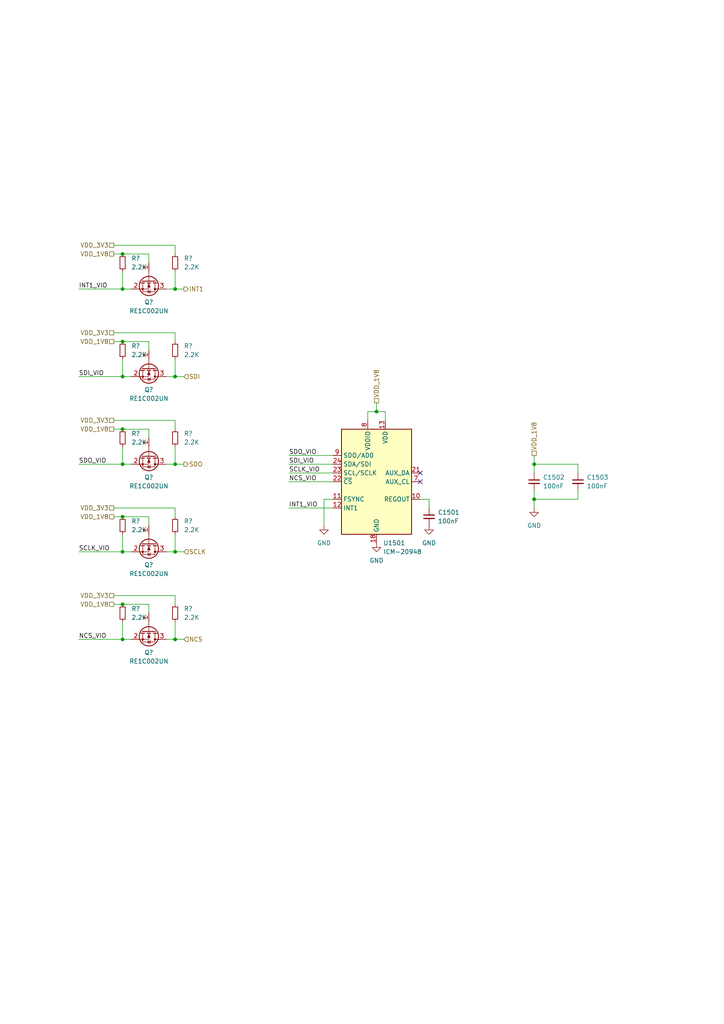
<source format=kicad_sch>
(kicad_sch (version 20230121) (generator eeschema)
  (paper "A4" portrait)
  (title_block (title "Avionus_Flight_Controller") (date "2023-11-27") (rev "1.0"))
  (lib_symbols
    (symbol "Device:C_Small" (pin_numbers hide) (pin_names (offset 0.254) hide)
      (property "Reference" "C" (at 0.254 1.778 0))
      (property "Value" "C_Small" (at 0.254 -2.032 0))
      (symbol "C_Small_0_1"
        (polyline (pts (xy -1.524 -0.508) (xy 1.524 -0.508)) (stroke (width 0.3302)))
        (polyline (pts (xy -1.524 0.508) (xy 1.524 0.508)) (stroke (width 0.3048)))
      )
      (symbol "C_Small_1_1"
        (pin passive line (at 0 2.54 270) (length 2.032) (name "~") (number "1"))
        (pin passive line (at 0 -2.54 90) (length 2.032) (name "~") (number "2"))
      )
    )
    (symbol "Device:Q_NMOS_GSD" (pin_names (offset 0) hide)
      (property "Reference" "Q" (at 5.08 1.27 0))
      (property "Value" "Q_NMOS_GSD" (at 5.08 -1.27 0))
      (symbol "Q_NMOS_GSD_0_1"
        (polyline (pts (xy 0.254 0) (xy -2.54 0)))
        (polyline (pts (xy 0.254 1.905) (xy 0.254 -1.905)) (stroke (width 0.254)))
        (polyline (pts (xy 0.762 -1.27) (xy 0.762 -2.286)) (stroke (width 0.254)))
        (polyline (pts (xy 0.762 0.508) (xy 0.762 -0.508)) (stroke (width 0.254)))
        (polyline (pts (xy 0.762 2.286) (xy 0.762 1.27)) (stroke (width 0.254)))
        (polyline (pts (xy 2.54 2.54) (xy 2.54 1.778)))
        (polyline (pts (xy 2.54 -2.54) (xy 2.54 0) (xy 0.762 0)))
        (polyline (pts (xy 0.762 -1.778) (xy 3.302 -1.778) (xy 3.302 1.778) (xy 0.762 1.778)))
        (polyline (pts (xy 1.016 0) (xy 2.032 0.381) (xy 2.032 -0.381) (xy 1.016 0)) (fill (type outline)))
        (polyline (pts (xy 2.794 0.508) (xy 2.921 0.381) (xy 3.683 0.381) (xy 3.81 0.254)))
        (polyline (pts (xy 3.302 0.381) (xy 2.921 -0.254) (xy 3.683 -0.254) (xy 3.302 0.381)))
        (circle (center 1.651 0) (radius 2.794) (stroke (width 0.254)))
        (circle (center 2.54 -1.778) (radius 0.254) (fill (type outline)))
        (circle (center 2.54 1.778) (radius 0.254) (fill (type outline)))
      )
      (symbol "Q_NMOS_GSD_1_1"
        (pin input line (at -5.08 0 0) (length 2.54) (name "G") (number "1"))
        (pin passive line (at 2.54 -5.08 90) (length 2.54) (name "S") (number "2"))
        (pin passive line (at 2.54 5.08 270) (length 2.54) (name "D") (number "3"))
      )
    )
    (symbol "Device:R_Small" (pin_numbers hide) (pin_names (offset 0.254) hide)
      (property "Reference" "R" (at 0.762 0.508 0))
      (property "Value" "R_Small" (at 0.762 -1.016 0))
      (symbol "R_Small_0_1"
        (rectangle (start -0.762 1.778) (end 0.762 -1.778) (stroke (width 0.2032)))
      )
      (symbol "R_Small_1_1"
        (pin passive line (at 0 2.54 270) (length 0.762) (name "~") (number "1"))
        (pin passive line (at 0 -2.54 90) (length 0.762) (name "~") (number "2"))
      )
    )
    (symbol "Sensor_Motion:ICM-20948"
      (property "Reference" "U" (at -11.43 16.51 0))
      (property "Value" "ICM-20948" (at 7.62 -16.51 0))
      (symbol "ICM-20948_0_1"
        (rectangle (start -10.16 15.24) (end 10.16 -15.24) (stroke (width 0.254)) (fill (type background)))
      )
      (symbol "ICM-20948_1_1"
        (pin no_connect line (at -10.16 12.7 0) (length 2.54) hide (name "NC") (number "1"))
        (pin passive line (at 12.7 -5.08 180) (length 2.54) (name "REGOUT") (number "10"))
        (pin input line (at -12.7 -5.08 0) (length 2.54) (name "FSYNC") (number "11"))
        (pin output line (at -12.7 -7.62 0) (length 2.54) (name "INT1") (number "12"))
        (pin power_in line (at 2.54 17.78 270) (length 2.54) (name "VDD") (number "13"))
        (pin no_connect line (at 10.16 7.62 180) (length 2.54) hide (name "NC") (number "14"))
        (pin no_connect line (at 10.16 5.08 180) (length 2.54) hide (name "NC") (number "15"))
        (pin no_connect line (at 10.16 -7.62 180) (length 2.54) hide (name "NC") (number "16"))
        (pin no_connect line (at 10.16 -10.16 180) (length 2.54) hide (name "NC") (number "17"))
        (pin power_in line (at 0 -17.78 90) (length 2.54) (name "GND") (number "18"))
        (pin no_connect line (at 10.16 -12.7 180) (length 2.54) hide (name "RESV") (number "19"))
        (pin no_connect line (at -10.16 10.16 0) (length 2.54) hide (name "NC") (number "2"))
        (pin passive line (at 0 -17.78 90) (length 2.54) hide (name "GND") (number "20"))
        (pin bidirectional line (at 12.7 2.54 180) (length 2.54) (name "AUX_DA") (number "21"))
        (pin input line (at -12.7 0 0) (length 2.54) (name "~{CS}") (number "22"))
        (pin input line (at -12.7 2.54 0) (length 2.54) (name "SCL/SCLK") (number "23"))
        (pin bidirectional line (at -12.7 5.08 0) (length 2.54) (name "SDA/SDI") (number "24"))
        (pin no_connect line (at -10.16 -2.54 0) (length 2.54) hide (name "NC") (number "3"))
        (pin no_connect line (at -10.16 -10.16 0) (length 2.54) hide (name "NC") (number "4"))
        (pin no_connect line (at -10.16 -12.7 0) (length 2.54) hide (name "NC") (number "5"))
        (pin no_connect line (at 10.16 10.16 180) (length 2.54) hide (name "NC") (number "6"))
        (pin output line (at 12.7 0 180) (length 2.54) (name "AUX_CL") (number "7"))
        (pin power_in line (at -2.54 17.78 270) (length 2.54) (name "VDDIO") (number "8"))
        (pin bidirectional line (at -12.7 7.62 0) (length 2.54) (name "SDO/AD0") (number "9"))
      )
    )
    (symbol "power:GND" (power) (pin_names (offset 0))
      (property "Value" "GND" (at 0 -3.81 0))
      (symbol "GND_0_1"
        (polyline (pts (xy 0 0) (xy 0 -1.27) (xy 1.27 -1.27) (xy 0 -2.54) (xy -1.27 -1.27) (xy 0 -1.27)))
      )
      (symbol "GND_1_1"
        (pin power_in line (at 0 0 270) (length 0) hide (name "GND") (number "1"))
      )
    )
  )
  (junction (at 50.8 185.42))
  (junction (at 35.56 134.62))
  (junction (at 35.56 109.22))
  (junction (at 35.56 149.86))
  (junction (at 50.8 83.82))
  (junction (at 35.56 124.46))
  (junction (at 50.8 160.02))
  (junction (at 154.94 134.62))
  (junction (at 50.8 109.22))
  (junction (at 35.56 185.42))
  (junction (at 109.22 119.38))
  (junction (at 35.56 73.66))
  (junction (at 35.56 99.06))
  (junction (at 35.56 175.26))
  (junction (at 35.56 83.82))
  (junction (at 50.8 134.62))
  (junction (at 35.56 160.02))
  (junction (at 154.94 144.78))
  (no_connect (at 121.92 137.16))
  (no_connect (at 121.92 139.7))
  (wire (pts (xy 33.02 96.52) (xy 50.8 96.52)))
  (wire (pts (xy 33.02 121.92) (xy 50.8 121.92)))
  (wire (pts (xy 50.8 83.82) (xy 53.34 83.82)))
  (wire (pts (xy 50.8 83.82) (xy 48.26 83.82)))
  (wire (pts (xy 50.8 121.92) (xy 50.8 124.46)))
  (wire (pts (xy 50.8 160.02) (xy 53.34 160.02)))
  (wire (pts (xy 83.82 134.62) (xy 96.52 134.62)))
  (wire (pts (xy 43.18 76.2) (xy 43.18 73.66)))
  (wire (pts (xy 43.18 149.86) (xy 35.56 149.86)))
  (wire (pts (xy 50.8 109.22) (xy 53.34 109.22)))
  (wire (pts (xy 50.8 172.72) (xy 50.8 175.26)))
  (wire (pts (xy 22.86 160.02) (xy 35.56 160.02)))
  (wire (pts (xy 35.56 104.14) (xy 35.56 109.22)))
  (wire (pts (xy 43.18 152.4) (xy 43.18 149.86)))
  (wire (pts (xy 83.82 137.16) (xy 96.52 137.16)))
  (wire (pts (xy 154.94 144.78) (xy 167.64 144.78)))
  (wire (pts (xy 50.8 134.62) (xy 48.26 134.62)))
  (wire (pts (xy 33.02 149.86) (xy 35.56 149.86)))
  (wire (pts (xy 93.98 144.78) (xy 93.98 152.4)))
  (wire (pts (xy 33.02 124.46) (xy 35.56 124.46)))
  (wire (pts (xy 33.02 71.12) (xy 50.8 71.12)))
  (wire (pts (xy 50.8 180.34) (xy 50.8 185.42)))
  (wire (pts (xy 43.18 73.66) (xy 35.56 73.66)))
  (wire (pts (xy 35.56 78.74) (xy 35.56 83.82)))
  (wire (pts (xy 111.76 119.38) (xy 109.22 119.38)))
  (wire (pts (xy 50.8 78.74) (xy 50.8 83.82)))
  (wire (pts (xy 154.94 144.78) (xy 154.94 147.32)))
  (wire (pts (xy 154.94 134.62) (xy 154.94 132.08)))
  (wire (pts (xy 50.8 147.32) (xy 50.8 149.86)))
  (wire (pts (xy 22.86 83.82) (xy 35.56 83.82)))
  (wire (pts (xy 83.82 132.08) (xy 96.52 132.08)))
  (wire (pts (xy 167.64 137.16) (xy 167.64 134.62)))
  (wire (pts (xy 154.94 137.16) (xy 154.94 134.62)))
  (wire (pts (xy 33.02 172.72) (xy 50.8 172.72)))
  (wire (pts (xy 35.56 129.54) (xy 35.56 134.62)))
  (wire (pts (xy 33.02 147.32) (xy 50.8 147.32)))
  (wire (pts (xy 124.46 144.78) (xy 121.92 144.78)))
  (wire (pts (xy 50.8 129.54) (xy 50.8 134.62)))
  (wire (pts (xy 124.46 147.32) (xy 124.46 144.78)))
  (wire (pts (xy 35.56 180.34) (xy 35.56 185.42)))
  (wire (pts (xy 43.18 127) (xy 43.18 124.46)))
  (wire (pts (xy 50.8 134.62) (xy 53.34 134.62)))
  (wire (pts (xy 50.8 185.42) (xy 48.26 185.42)))
  (wire (pts (xy 43.18 175.26) (xy 35.56 175.26)))
  (wire (pts (xy 83.82 147.32) (xy 96.52 147.32)))
  (wire (pts (xy 33.02 73.66) (xy 35.56 73.66)))
  (wire (pts (xy 154.94 142.24) (xy 154.94 144.78)))
  (wire (pts (xy 35.56 154.94) (xy 35.56 160.02)))
  (wire (pts (xy 43.18 99.06) (xy 35.56 99.06)))
  (wire (pts (xy 35.56 83.82) (xy 38.1 83.82)))
  (wire (pts (xy 50.8 109.22) (xy 48.26 109.22)))
  (wire (pts (xy 96.52 144.78) (xy 93.98 144.78)))
  (wire (pts (xy 50.8 185.42) (xy 53.34 185.42)))
  (wire (pts (xy 22.86 134.62) (xy 35.56 134.62)))
  (wire (pts (xy 106.68 119.38) (xy 109.22 119.38)))
  (wire (pts (xy 22.86 109.22) (xy 35.56 109.22)))
  (wire (pts (xy 43.18 177.8) (xy 43.18 175.26)))
  (wire (pts (xy 167.64 144.78) (xy 167.64 142.24)))
  (wire (pts (xy 50.8 104.14) (xy 50.8 109.22)))
  (wire (pts (xy 106.68 121.92) (xy 106.68 119.38)))
  (wire (pts (xy 33.02 175.26) (xy 35.56 175.26)))
  (wire (pts (xy 50.8 71.12) (xy 50.8 73.66)))
  (wire (pts (xy 109.22 119.38) (xy 109.22 116.84)))
  (wire (pts (xy 35.56 134.62) (xy 38.1 134.62)))
  (wire (pts (xy 35.56 160.02) (xy 38.1 160.02)))
  (wire (pts (xy 154.94 134.62) (xy 167.64 134.62)))
  (wire (pts (xy 43.18 124.46) (xy 35.56 124.46)))
  (wire (pts (xy 83.82 139.7) (xy 96.52 139.7)))
  (wire (pts (xy 50.8 96.52) (xy 50.8 99.06)))
  (wire (pts (xy 43.18 101.6) (xy 43.18 99.06)))
  (wire (pts (xy 35.56 185.42) (xy 38.1 185.42)))
  (wire (pts (xy 50.8 160.02) (xy 48.26 160.02)))
  (wire (pts (xy 33.02 99.06) (xy 35.56 99.06)))
  (wire (pts (xy 35.56 109.22) (xy 38.1 109.22)))
  (wire (pts (xy 22.86 185.42) (xy 35.56 185.42)))
  (wire (pts (xy 50.8 154.94) (xy 50.8 160.02)))
  (wire (pts (xy 111.76 121.92) (xy 111.76 119.38)))
  (label "SDO_VIO" (at 83.82 132.08 0))
  (label "NCS_VIO" (at 83.82 139.7 0))
  (label "SDO_VIO" (at 22.86 134.62 0))
  (label "SDI_VIO" (at 83.82 134.62 0))
  (label "SCLK_VIO" (at 83.82 137.16 0))
  (label "INT1_VIO" (at 83.82 147.32 0))
  (label "SDI_VIO" (at 22.86 109.22 0))
  (label "NCS_VIO" (at 22.86 185.42 0))
  (label "SCLK_VIO" (at 22.86 160.02 0))
  (label "INT1_VIO" (at 22.86 83.82 0))
  (hierarchical_label "VDD_1V8" (shape passive) (at 33.02 149.86 180))
  (hierarchical_label "NCS" (shape input) (at 53.34 185.42 0))
  (hierarchical_label "VDD_3V3" (shape passive) (at 33.02 172.72 180))
  (hierarchical_label "VDD_1V8" (shape passive) (at 33.02 99.06 180))
  (hierarchical_label "VDD_1V8" (shape passive) (at 109.22 116.84 90))
  (hierarchical_label "VDD_3V3" (shape passive) (at 33.02 147.32 180))
  (hierarchical_label "VDD_1V8" (shape passive) (at 33.02 124.46 180))
  (hierarchical_label "SCLK" (shape input) (at 53.34 160.02 0))
  (hierarchical_label "VDD_1V8" (shape passive) (at 154.94 132.08 90))
  (hierarchical_label "SDI" (shape input) (at 53.34 109.22 0))
  (hierarchical_label "INT1" (shape output) (at 53.34 83.82 0))
  (hierarchical_label "VDD_3V3" (shape passive) (at 33.02 121.92 180))
  (hierarchical_label "VDD_3V3" (shape passive) (at 33.02 71.12 180))
  (hierarchical_label "VDD_3V3" (shape passive) (at 33.02 96.52 180))
  (hierarchical_label "VDD_1V8" (shape passive) (at 33.02 175.26 180))
  (hierarchical_label "VDD_1V8" (shape passive) (at 33.02 73.66 180))
  (hierarchical_label "SDO" (shape output) (at 53.34 134.62 0))
  (symbol (lib_id "power:GND") (at 109.22 157.48 0) (unit 1)
    (property "Reference" "#PWR01502" (effects hide))
    (property "Value" "GND" (at 109.22 162.56 0))
  )
  (symbol (lib_id "Device:C_Small") (at 154.94 139.7 0) (unit 1)
    (property "Reference" "C1502" (at 157.48 138.4363 0) (effects (justify left)))
    (property "Value" "100nF" (at 157.48 140.9763 0) (effects (justify left)))
    (property "Footprint" "Capacitor_SMD:C_0603_1608Metric" (effects hide))
  )
  (symbol (lib_id "Device:Q_NMOS_GSD") (at 43.18 132.08 270) (unit 1)
    (property "Reference" "Q?" (at 43.18 138.43 90))
    (property "Value" "RE1C002UN" (at 43.18 140.97 90))
    (property "Footprint" "Package_TO_SOT_SMD:SOT-416" (effects hide))
    (instances (project "Avionus_Flight_Controller" (path "" (reference "Q?") (unit 1)) (path "" (reference "Q1503") (unit 1))))
  )
  (symbol (lib_id "Device:C_Small") (at 167.64 139.7 0) (unit 1)
    (property "Reference" "C1503" (at 170.18 138.4363 0) (effects (justify left)))
    (property "Value" "100nF" (at 170.18 140.9763 0) (effects (justify left)))
    (property "Footprint" "Capacitor_SMD:C_0603_1608Metric" (effects hide))
  )
  (symbol (lib_id "Device:R_Small") (at 35.56 177.8 180) (unit 1)
    (property "Reference" "R?" (at 38.1 176.53 0) (effects (justify right)))
    (property "Value" "2.2K" (at 38.1 179.07 0) (effects (justify right)))
    (property "Footprint" "Resistor_SMD:R_0805_2012Metric" (effects hide))
    (instances (project "Avionus_Flight_Controller" (path "" (reference "R?") (unit 1)) (path "" (reference "R1505") (unit 1))))
  )
  (symbol (lib_id "Sensor_Motion:ICM-20948") (at 109.22 139.7 0) (unit 1)
    (property "Reference" "U1501" (at 111.1759 157.48 0) (effects (justify left)))
    (property "Value" "ICM-20948" (at 111.1759 160.02 0) (effects (justify left)))
    (property "Footprint" "Sensor_Motion:InvenSense_QFN-24_3x3mm_P0.4mm" (effects hide))
    (property "Datasheet" "http://www.invensense.com/wp-content/uploads/2016/06/DS-000189-ICM-20948-v1.3.pdf" (effects hide))
  )
  (symbol (lib_id "Device:R_Small") (at 35.56 76.2 180) (unit 1)
    (property "Reference" "R?" (at 38.1 74.93 0) (effects (justify right)))
    (property "Value" "2.2K" (at 38.1 77.47 0) (effects (justify right)))
    (property "Footprint" "Resistor_SMD:R_0805_2012Metric" (effects hide))
    (instances (project "Avionus_Flight_Controller" (path "" (reference "R?") (unit 1)) (path "" (reference "R1501") (unit 1))))
  )
  (symbol (lib_id "Device:R_Small") (at 35.56 127 180) (unit 1)
    (property "Reference" "R?" (at 38.1 125.73 0) (effects (justify right)))
    (property "Value" "2.2K" (at 38.1 128.27 0) (effects (justify right)))
    (property "Footprint" "Resistor_SMD:R_0805_2012Metric" (effects hide))
    (instances (project "Avionus_Flight_Controller" (path "" (reference "R?") (unit 1)) (path "" (reference "R1503") (unit 1))))
  )
  (symbol (lib_id "Device:R_Small") (at 35.56 101.6 180) (unit 1)
    (property "Reference" "R?" (at 38.1 100.33 0) (effects (justify right)))
    (property "Value" "2.2K" (at 38.1 102.87 0) (effects (justify right)))
    (property "Footprint" "Resistor_SMD:R_0805_2012Metric" (effects hide))
    (instances (project "Avionus_Flight_Controller" (path "" (reference "R?") (unit 1)) (path "" (reference "R1502") (unit 1))))
  )
  (symbol (lib_id "Device:C_Small") (at 124.46 149.86 0) (unit 1)
    (property "Reference" "C1501" (at 127 148.5963 0) (effects (justify left)))
    (property "Value" "100nF" (at 127 151.1363 0) (effects (justify left)))
    (property "Footprint" "Capacitor_SMD:C_0603_1608Metric" (effects hide))
  )
  (symbol (lib_id "Device:R_Small") (at 50.8 177.8 180) (unit 1)
    (property "Reference" "R?" (at 53.34 176.53 0) (effects (justify right)))
    (property "Value" "2.2K" (at 53.34 179.07 0) (effects (justify right)))
    (property "Footprint" "Resistor_SMD:R_0805_2012Metric" (effects hide))
    (instances (project "Avionus_Flight_Controller" (path "" (reference "R?") (unit 1)) (path "" (reference "R1510") (unit 1))))
  )
  (symbol (lib_id "power:GND") (at 154.94 147.32 0) (unit 1)
    (property "Reference" "#PWR01504" (effects hide))
    (property "Value" "GND" (at 154.94 152.4 0))
  )
  (symbol (lib_id "power:GND") (at 93.98 152.4 0) (unit 1)
    (property "Reference" "#PWR01501" (effects hide))
    (property "Value" "GND" (at 93.98 157.48 0))
  )
  (symbol (lib_id "Device:R_Small") (at 50.8 127 180) (unit 1)
    (property "Reference" "R?" (at 53.34 125.73 0) (effects (justify right)))
    (property "Value" "2.2K" (at 53.34 128.27 0) (effects (justify right)))
    (property "Footprint" "Resistor_SMD:R_0805_2012Metric" (effects hide))
    (instances (project "Avionus_Flight_Controller" (path "" (reference "R?") (unit 1)) (path "" (reference "R1508") (unit 1))))
  )
  (symbol (lib_id "Device:R_Small") (at 35.56 152.4 180) (unit 1)
    (property "Reference" "R?" (at 38.1 151.13 0) (effects (justify right)))
    (property "Value" "2.2K" (at 38.1 153.67 0) (effects (justify right)))
    (property "Footprint" "Resistor_SMD:R_0805_2012Metric" (effects hide))
    (instances (project "Avionus_Flight_Controller" (path "" (reference "R?") (unit 1)) (path "" (reference "R1504") (unit 1))))
  )
  (symbol (lib_id "Device:R_Small") (at 50.8 152.4 180) (unit 1)
    (property "Reference" "R?" (at 53.34 151.13 0) (effects (justify right)))
    (property "Value" "2.2K" (at 53.34 153.67 0) (effects (justify right)))
    (property "Footprint" "Resistor_SMD:R_0805_2012Metric" (effects hide))
    (instances (project "Avionus_Flight_Controller" (path "" (reference "R?") (unit 1)) (path "" (reference "R1509") (unit 1))))
  )
  (symbol (lib_id "Device:R_Small") (at 50.8 76.2 180) (unit 1)
    (property "Reference" "R?" (at 53.34 74.93 0) (effects (justify right)))
    (property "Value" "2.2K" (at 53.34 77.47 0) (effects (justify right)))
    (property "Footprint" "Resistor_SMD:R_0805_2012Metric" (effects hide))
    (instances (project "Avionus_Flight_Controller" (path "" (reference "R?") (unit 1)) (path "" (reference "R1506") (unit 1))))
  )
  (symbol (lib_id "power:GND") (at 124.46 152.4 0) (unit 1)
    (property "Reference" "#PWR01503" (effects hide))
    (property "Value" "GND" (at 124.46 157.48 0))
  )
  (symbol (lib_id "Device:Q_NMOS_GSD") (at 43.18 182.88 270) (unit 1)
    (property "Reference" "Q?" (at 43.18 189.23 90))
    (property "Value" "RE1C002UN" (at 43.18 191.77 90))
    (property "Footprint" "Package_TO_SOT_SMD:SOT-416" (effects hide))
    (instances (project "Avionus_Flight_Controller" (path "" (reference "Q?") (unit 1)) (path "" (reference "Q1505") (unit 1))))
  )
  (symbol (lib_id "Device:Q_NMOS_GSD") (at 43.18 157.48 270) (unit 1)
    (property "Reference" "Q?" (at 43.18 163.83 90))
    (property "Value" "RE1C002UN" (at 43.18 166.37 90))
    (property "Footprint" "Package_TO_SOT_SMD:SOT-416" (effects hide))
    (instances (project "Avionus_Flight_Controller" (path "" (reference "Q?") (unit 1)) (path "" (reference "Q1504") (unit 1))))
  )
  (symbol (lib_id "Device:Q_NMOS_GSD") (at 43.18 106.68 270) (unit 1)
    (property "Reference" "Q?" (at 43.18 113.03 90))
    (property "Value" "RE1C002UN" (at 43.18 115.57 90))
    (property "Footprint" "Package_TO_SOT_SMD:SOT-416" (effects hide))
    (instances (project "Avionus_Flight_Controller" (path "" (reference "Q?") (unit 1)) (path "" (reference "Q1502") (unit 1))))
  )
  (symbol (lib_id "Device:R_Small") (at 50.8 101.6 180) (unit 1)
    (property "Reference" "R?" (at 53.34 100.33 0) (effects (justify right)))
    (property "Value" "2.2K" (at 53.34 102.87 0) (effects (justify right)))
    (property "Footprint" "Resistor_SMD:R_0805_2012Metric" (effects hide))
    (instances (project "Avionus_Flight_Controller" (path "" (reference "R?") (unit 1)) (path "" (reference "R1507") (unit 1))))
  )
  (symbol (lib_id "Device:Q_NMOS_GSD") (at 43.18 81.28 270) (unit 1)
    (property "Reference" "Q?" (at 43.18 87.63 90))
    (property "Value" "RE1C002UN" (at 43.18 90.17 90))
    (property "Footprint" "Package_TO_SOT_SMD:SOT-416" (effects hide))
    (instances (project "Avionus_Flight_Controller" (path "" (reference "Q?") (unit 1)) (path "" (reference "Q1501") (unit 1))))
  )
)
</source>
